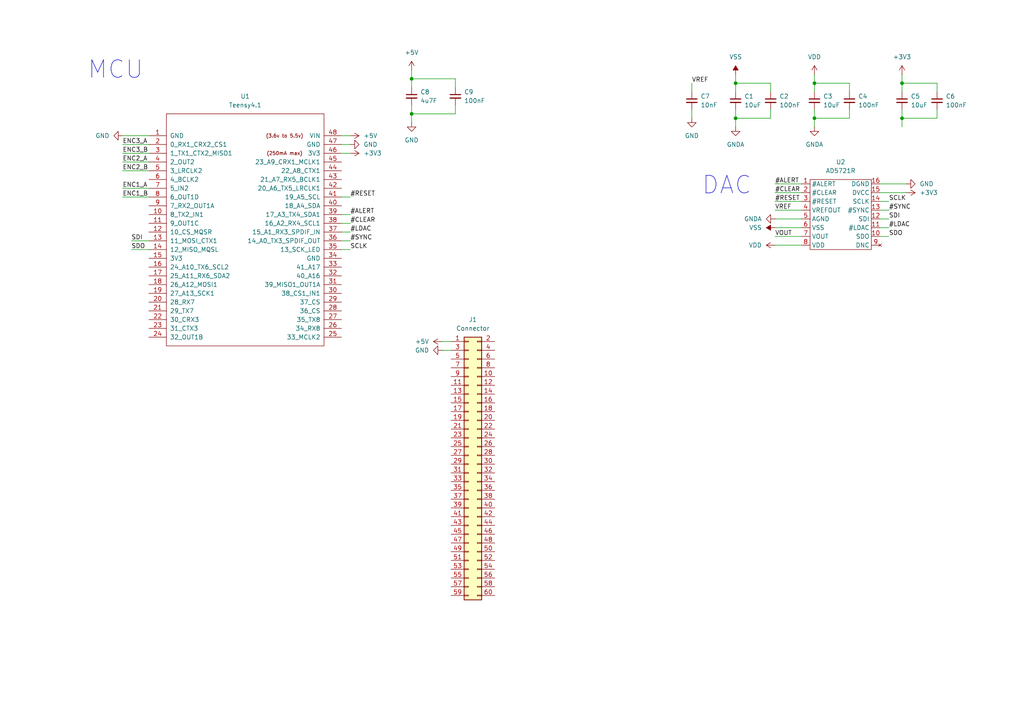
<source format=kicad_sch>
(kicad_sch (version 20231120) (generator "eeschema") (generator_version "8.0")
  (paper "A4")
  (lib_symbols
    (symbol "Connector_Generic:Conn_02x30_Odd_Even" (pin_names (offset 1.016) hide)
      (property "Reference" "J" (at 1.27 38.1 0))
      (property "Value" "Conn_02x30_Odd_Even" (at 1.27 -40.64 0))
      (symbol "Conn_02x30_Odd_Even_1_1"
        (rectangle (start -1.27 -37.973) (end 0 -38.227) (stroke (width 0.1524)))
        (rectangle (start -1.27 -35.433) (end 0 -35.687) (stroke (width 0.1524)))
        (rectangle (start -1.27 -32.893) (end 0 -33.147) (stroke (width 0.1524)))
        (rectangle (start -1.27 -30.353) (end 0 -30.607) (stroke (width 0.1524)))
        (rectangle (start -1.27 -27.813) (end 0 -28.067) (stroke (width 0.1524)))
        (rectangle (start -1.27 -25.273) (end 0 -25.527) (stroke (width 0.1524)))
        (rectangle (start -1.27 -22.733) (end 0 -22.987) (stroke (width 0.1524)))
        (rectangle (start -1.27 -20.193) (end 0 -20.447) (stroke (width 0.1524)))
        (rectangle (start -1.27 -17.653) (end 0 -17.907) (stroke (width 0.1524)))
        (rectangle (start -1.27 -15.113) (end 0 -15.367) (stroke (width 0.1524)))
        (rectangle (start -1.27 -12.573) (end 0 -12.827) (stroke (width 0.1524)))
        (rectangle (start -1.27 -10.033) (end 0 -10.287) (stroke (width 0.1524)))
        (rectangle (start -1.27 -7.493) (end 0 -7.747) (stroke (width 0.1524)))
        (rectangle (start -1.27 -4.953) (end 0 -5.207) (stroke (width 0.1524)))
        (rectangle (start -1.27 -2.413) (end 0 -2.667) (stroke (width 0.1524)))
        (rectangle (start -1.27 0.127) (end 0 -0.127) (stroke (width 0.1524)))
        (rectangle (start -1.27 2.667) (end 0 2.413) (stroke (width 0.1524)))
        (rectangle (start -1.27 5.207) (end 0 4.953) (stroke (width 0.1524)))
        (rectangle (start -1.27 7.747) (end 0 7.493) (stroke (width 0.1524)))
        (rectangle (start -1.27 10.287) (end 0 10.033) (stroke (width 0.1524)))
        (rectangle (start -1.27 12.827) (end 0 12.573) (stroke (width 0.1524)))
        (rectangle (start -1.27 15.367) (end 0 15.113) (stroke (width 0.1524)))
        (rectangle (start -1.27 17.907) (end 0 17.653) (stroke (width 0.1524)))
        (rectangle (start -1.27 20.447) (end 0 20.193) (stroke (width 0.1524)))
        (rectangle (start -1.27 22.987) (end 0 22.733) (stroke (width 0.1524)))
        (rectangle (start -1.27 25.527) (end 0 25.273) (stroke (width 0.1524)))
        (rectangle (start -1.27 28.067) (end 0 27.813) (stroke (width 0.1524)))
        (rectangle (start -1.27 30.607) (end 0 30.353) (stroke (width 0.1524)))
        (rectangle (start -1.27 33.147) (end 0 32.893) (stroke (width 0.1524)))
        (rectangle (start -1.27 35.687) (end 0 35.433) (stroke (width 0.1524)))
        (rectangle (start -1.27 36.83) (end 3.81 -39.37) (stroke (width 0.254)) (fill (type background)))
        (rectangle (start 3.81 -37.973) (end 2.54 -38.227) (stroke (width 0.1524)))
        (rectangle (start 3.81 -35.433) (end 2.54 -35.687) (stroke (width 0.1524)))
        (rectangle (start 3.81 -32.893) (end 2.54 -33.147) (stroke (width 0.1524)))
        (rectangle (start 3.81 -30.353) (end 2.54 -30.607) (stroke (width 0.1524)))
        (rectangle (start 3.81 -27.813) (end 2.54 -28.067) (stroke (width 0.1524)))
        (rectangle (start 3.81 -25.273) (end 2.54 -25.527) (stroke (width 0.1524)))
        (rectangle (start 3.81 -22.733) (end 2.54 -22.987) (stroke (width 0.1524)))
        (rectangle (start 3.81 -20.193) (end 2.54 -20.447) (stroke (width 0.1524)))
        (rectangle (start 3.81 -17.653) (end 2.54 -17.907) (stroke (width 0.1524)))
        (rectangle (start 3.81 -15.113) (end 2.54 -15.367) (stroke (width 0.1524)))
        (rectangle (start 3.81 -12.573) (end 2.54 -12.827) (stroke (width 0.1524)))
        (rectangle (start 3.81 -10.033) (end 2.54 -10.287) (stroke (width 0.1524)))
        (rectangle (start 3.81 -7.493) (end 2.54 -7.747) (stroke (width 0.1524)))
        (rectangle (start 3.81 -4.953) (end 2.54 -5.207) (stroke (width 0.1524)))
        (rectangle (start 3.81 -2.413) (end 2.54 -2.667) (stroke (width 0.1524)))
        (rectangle (start 3.81 0.127) (end 2.54 -0.127) (stroke (width 0.1524)))
        (rectangle (start 3.81 2.667) (end 2.54 2.413) (stroke (width 0.1524)))
        (rectangle (start 3.81 5.207) (end 2.54 4.953) (stroke (width 0.1524)))
        (rectangle (start 3.81 7.747) (end 2.54 7.493) (stroke (width 0.1524)))
        (rectangle (start 3.81 10.287) (end 2.54 10.033) (stroke (width 0.1524)))
        (rectangle (start 3.81 12.827) (end 2.54 12.573) (stroke (width 0.1524)))
        (rectangle (start 3.81 15.367) (end 2.54 15.113) (stroke (width 0.1524)))
        (rectangle (start 3.81 17.907) (end 2.54 17.653) (stroke (width 0.1524)))
        (rectangle (start 3.81 20.447) (end 2.54 20.193) (stroke (width 0.1524)))
        (rectangle (start 3.81 22.987) (end 2.54 22.733) (stroke (width 0.1524)))
        (rectangle (start 3.81 25.527) (end 2.54 25.273) (stroke (width 0.1524)))
        (rectangle (start 3.81 28.067) (end 2.54 27.813) (stroke (width 0.1524)))
        (rectangle (start 3.81 30.607) (end 2.54 30.353) (stroke (width 0.1524)))
        (rectangle (start 3.81 33.147) (end 2.54 32.893) (stroke (width 0.1524)))
        (rectangle (start 3.81 35.687) (end 2.54 35.433) (stroke (width 0.1524)))
        (pin passive line (at -5.08 35.56 0) (length 3.81) (name "Pin_1") (number "1"))
        (pin passive line (at 7.62 25.4 180) (length 3.81) (name "Pin_10") (number "10"))
        (pin passive line (at -5.08 22.86 0) (length 3.81) (name "Pin_11") (number "11"))
        (pin passive line (at 7.62 22.86 180) (length 3.81) (name "Pin_12") (number "12"))
        (pin passive line (at -5.08 20.32 0) (length 3.81) (name "Pin_13") (number "13"))
        (pin passive line (at 7.62 20.32 180) (length 3.81) (name "Pin_14") (number "14"))
        (pin passive line (at -5.08 17.78 0) (length 3.81) (name "Pin_15") (number "15"))
        (pin passive line (at 7.62 17.78 180) (length 3.81) (name "Pin_16") (number "16"))
        (pin passive line (at -5.08 15.24 0) (length 3.81) (name "Pin_17") (number "17"))
        (pin passive line (at 7.62 15.24 180) (length 3.81) (name "Pin_18") (number "18"))
        (pin passive line (at -5.08 12.7 0) (length 3.81) (name "Pin_19") (number "19"))
        (pin passive line (at 7.62 35.56 180) (length 3.81) (name "Pin_2") (number "2"))
        (pin passive line (at 7.62 12.7 180) (length 3.81) (name "Pin_20") (number "20"))
        (pin passive line (at -5.08 10.16 0) (length 3.81) (name "Pin_21") (number "21"))
        (pin passive line (at 7.62 10.16 180) (length 3.81) (name "Pin_22") (number "22"))
        (pin passive line (at -5.08 7.62 0) (length 3.81) (name "Pin_23") (number "23"))
        (pin passive line (at 7.62 7.62 180) (length 3.81) (name "Pin_24") (number "24"))
        (pin passive line (at -5.08 5.08 0) (length 3.81) (name "Pin_25") (number "25"))
        (pin passive line (at 7.62 5.08 180) (length 3.81) (name "Pin_26") (number "26"))
        (pin passive line (at -5.08 2.54 0) (length 3.81) (name "Pin_27") (number "27"))
        (pin passive line (at 7.62 2.54 180) (length 3.81) (name "Pin_28") (number "28"))
        (pin passive line (at -5.08 0 0) (length 3.81) (name "Pin_29") (number "29"))
        (pin passive line (at -5.08 33.02 0) (length 3.81) (name "Pin_3") (number "3"))
        (pin passive line (at 7.62 0 180) (length 3.81) (name "Pin_30") (number "30"))
        (pin passive line (at -5.08 -2.54 0) (length 3.81) (name "Pin_31") (number "31"))
        (pin passive line (at 7.62 -2.54 180) (length 3.81) (name "Pin_32") (number "32"))
        (pin passive line (at -5.08 -5.08 0) (length 3.81) (name "Pin_33") (number "33"))
        (pin passive line (at 7.62 -5.08 180) (length 3.81) (name "Pin_34") (number "34"))
        (pin passive line (at -5.08 -7.62 0) (length 3.81) (name "Pin_35") (number "35"))
        (pin passive line (at 7.62 -7.62 180) (length 3.81) (name "Pin_36") (number "36"))
        (pin passive line (at -5.08 -10.16 0) (length 3.81) (name "Pin_37") (number "37"))
        (pin passive line (at 7.62 -10.16 180) (length 3.81) (name "Pin_38") (number "38"))
        (pin passive line (at -5.08 -12.7 0) (length 3.81) (name "Pin_39") (number "39"))
        (pin passive line (at 7.62 33.02 180) (length 3.81) (name "Pin_4") (number "4"))
        (pin passive line (at 7.62 -12.7 180) (length 3.81) (name "Pin_40") (number "40"))
        (pin passive line (at -5.08 -15.24 0) (length 3.81) (name "Pin_41") (number "41"))
        (pin passive line (at 7.62 -15.24 180) (length 3.81) (name "Pin_42") (number "42"))
        (pin passive line (at -5.08 -17.78 0) (length 3.81) (name "Pin_43") (number "43"))
        (pin passive line (at 7.62 -17.78 180) (length 3.81) (name "Pin_44") (number "44"))
        (pin passive line (at -5.08 -20.32 0) (length 3.81) (name "Pin_45") (number "45"))
        (pin passive line (at 7.62 -20.32 180) (length 3.81) (name "Pin_46") (number "46"))
        (pin passive line (at -5.08 -22.86 0) (length 3.81) (name "Pin_47") (number "47"))
        (pin passive line (at 7.62 -22.86 180) (length 3.81) (name "Pin_48") (number "48"))
        (pin passive line (at -5.08 -25.4 0) (length 3.81) (name "Pin_49") (number "49"))
        (pin passive line (at -5.08 30.48 0) (length 3.81) (name "Pin_5") (number "5"))
        (pin passive line (at 7.62 -25.4 180) (length 3.81) (name "Pin_50") (number "50"))
        (pin passive line (at -5.08 -27.94 0) (length 3.81) (name "Pin_51") (number "51"))
        (pin passive line (at 7.62 -27.94 180) (length 3.81) (name "Pin_52") (number "52"))
        (pin passive line (at -5.08 -30.48 0) (length 3.81) (name "Pin_53") (number "53"))
        (pin passive line (at 7.62 -30.48 180) (length 3.81) (name "Pin_54") (number "54"))
        (pin passive line (at -5.08 -33.02 0) (length 3.81) (name "Pin_55") (number "55"))
        (pin passive line (at 7.62 -33.02 180) (length 3.81) (name "Pin_56") (number "56"))
        (pin passive line (at -5.08 -35.56 0) (length 3.81) (name "Pin_57") (number "57"))
        (pin passive line (at 7.62 -35.56 180) (length 3.81) (name "Pin_58") (number "58"))
        (pin passive line (at -5.08 -38.1 0) (length 3.81) (name "Pin_59") (number "59"))
        (pin passive line (at 7.62 30.48 180) (length 3.81) (name "Pin_6") (number "6"))
        (pin passive line (at 7.62 -38.1 180) (length 3.81) (name "Pin_60") (number "60"))
        (pin passive line (at -5.08 27.94 0) (length 3.81) (name "Pin_7") (number "7"))
        (pin passive line (at 7.62 27.94 180) (length 3.81) (name "Pin_8") (number "8"))
        (pin passive line (at -5.08 25.4 0) (length 3.81) (name "Pin_9") (number "9"))
      )
    )
    (symbol "Device:C_Small" (pin_numbers hide) (pin_names (offset 0.254) hide)
      (property "Reference" "C" (at 0.254 1.778 0))
      (property "Value" "C_Small" (at 0.254 -2.032 0))
      (symbol "C_Small_0_1"
        (polyline (pts (xy -1.524 -0.508) (xy 1.524 -0.508)) (stroke (width 0.3302)))
        (polyline (pts (xy -1.524 0.508) (xy 1.524 0.508)) (stroke (width 0.3048)))
      )
      (symbol "C_Small_1_1"
        (pin passive line (at 0 2.54 270) (length 2.032) (name "~") (number "1"))
        (pin passive line (at 0 -2.54 90) (length 2.032) (name "~") (number "2"))
      )
    )
    (symbol "ecp:AD5721R"
      (property "Reference" "U" (at 0 5.334 0))
      (property "Value" "AD5721R" (at 0 2.794 0))
      (symbol "AD5721R_0_1"
        (rectangle (start -8.89 1.27) (end 8.89 -19.05))
      )
      (symbol "AD5721R_1_1"
        (pin output line (at -11.43 0 0) (length 2.54) (name "#ALERT") (number "1"))
        (pin output line (at 11.43 -15.24 180) (length 2.54) (name "SDO") (number "10"))
        (pin input line (at 11.43 -12.7 180) (length 2.54) (name "#LDAC") (number "11"))
        (pin input line (at 11.43 -10.16 180) (length 2.54) (name "SDI") (number "12"))
        (pin input line (at 11.43 -7.62 180) (length 2.54) (name "#SYNC") (number "13"))
        (pin input line (at 11.43 -5.08 180) (length 2.54) (name "SCLK") (number "14"))
        (pin power_in line (at 11.43 -2.54 180) (length 2.54) (name "DVCC") (number "15"))
        (pin power_in line (at 11.43 0 180) (length 2.54) (name "DGND") (number "16"))
        (pin input line (at -11.43 -2.54 0) (length 2.54) (name "#CLEAR") (number "2"))
        (pin input line (at -11.43 -5.08 0) (length 2.54) (name "#RESET") (number "3"))
        (pin output line (at -11.43 -7.62 0) (length 2.54) (name "VREFOUT") (number "4"))
        (pin power_in line (at -11.43 -10.16 0) (length 2.54) (name "AGND") (number "5"))
        (pin power_in line (at -11.43 -12.7 0) (length 2.54) (name "VSS") (number "6"))
        (pin output line (at -11.43 -15.24 0) (length 2.54) (name "VOUT") (number "7"))
        (pin power_in line (at -11.43 -17.78 0) (length 2.54) (name "VDD") (number "8"))
        (pin no_connect line (at 11.43 -17.78 180) (length 2.54) (name "DNC") (number "9"))
      )
    )
    (symbol "power:+3V3" (power) (pin_numbers hide) (pin_names (offset 0) hide)
      (property "Value" "+3V3" (at 0 3.556 0))
      (symbol "+3V3_0_1"
        (polyline (pts (xy -0.762 1.27) (xy 0 2.54)))
        (polyline (pts (xy 0 0) (xy 0 2.54)))
        (polyline (pts (xy 0 2.54) (xy 0.762 1.27)))
      )
      (symbol "+3V3_1_1"
        (pin power_in line (at 0 0 90) (length 0) (name "~") (number "1"))
      )
    )
    (symbol "power:+5V" (power) (pin_names (offset 0))
      (property "Value" "+5V" (at 0 3.556 0))
      (symbol "+5V_0_1"
        (polyline (pts (xy -0.762 1.27) (xy 0 2.54)))
        (polyline (pts (xy 0 0) (xy 0 2.54)))
        (polyline (pts (xy 0 2.54) (xy 0.762 1.27)))
      )
      (symbol "+5V_1_1"
        (pin power_in line (at 0 0 90) (length 0) hide (name "+5V") (number "1"))
      )
    )
    (symbol "power:GND" (power) (pin_numbers hide) (pin_names (offset 0) hide)
      (property "Value" "GND" (at 0 -3.81 0))
      (symbol "GND_0_1"
        (polyline (pts (xy 0 0) (xy 0 -1.27) (xy 1.27 -1.27) (xy 0 -2.54) (xy -1.27 -1.27) (xy 0 -1.27)))
      )
      (symbol "GND_1_1"
        (pin power_in line (at 0 0 270) (length 0) (name "~") (number "1"))
      )
    )
    (symbol "power:GNDA" (power) (pin_numbers hide) (pin_names (offset 0) hide)
      (property "Value" "GNDA" (at 0 -3.81 0))
      (symbol "GNDA_0_1"
        (polyline (pts (xy 0 0) (xy 0 -1.27) (xy 1.27 -1.27) (xy 0 -2.54) (xy -1.27 -1.27) (xy 0 -1.27)))
      )
      (symbol "GNDA_1_1"
        (pin power_in line (at 0 0 270) (length 0) (name "~") (number "1"))
      )
    )
    (symbol "power:VDD" (power) (pin_numbers hide) (pin_names (offset 0) hide)
      (property "Value" "VDD" (at 0 3.556 0))
      (symbol "VDD_0_1"
        (polyline (pts (xy -0.762 1.27) (xy 0 2.54)))
        (polyline (pts (xy 0 0) (xy 0 2.54)))
        (polyline (pts (xy 0 2.54) (xy 0.762 1.27)))
      )
      (symbol "VDD_1_1"
        (pin power_in line (at 0 0 90) (length 0) (name "~") (number "1"))
      )
    )
    (symbol "power:VSS" (power) (pin_numbers hide) (pin_names (offset 0) hide)
      (property "Value" "VSS" (at 0 3.556 0))
      (symbol "VSS_0_1"
        (polyline (pts (xy 0 0) (xy 0 2.54)))
        (polyline (pts (xy 0.762 1.27) (xy -0.762 1.27) (xy 0 2.54) (xy 0.762 1.27)) (fill (type outline)))
      )
      (symbol "VSS_1_1"
        (pin power_in line (at 0 0 90) (length 0) (name "~") (number "1"))
      )
    )
    (symbol "teensy:Teensy4.1" (pin_names (offset 1.016))
      (property "Reference" "U" (at 0 64.77 0))
      (property "Value" "Teensy4.1" (at 0 62.23 0))
      (symbol "Teensy4.1_0_0"
        (text "(250mA max)" (at 11.43 49.53 0) (effects (font (size 1.016 1.016))))
        (text "(3.6v to 5.5v)" (at 11.43 54.61 0) (effects (font (size 1.016 1.016))))
        (pin bidirectional line (at -27.94 31.75 0) (length 5.08) (name "8_TX2_IN1") (number "10"))
        (pin bidirectional line (at -27.94 29.21 0) (length 5.08) (name "9_OUT1C") (number "11"))
        (pin bidirectional line (at -27.94 26.67 0) (length 5.08) (name "10_CS_MQSR") (number "12"))
        (pin bidirectional line (at -27.94 24.13 0) (length 5.08) (name "11_MOSI_CTX1") (number "13"))
        (pin bidirectional line (at -27.94 21.59 0) (length 5.08) (name "12_MISO_MQSL") (number "14"))
        (pin power_in line (at -27.94 19.05 0) (length 5.08) (name "3V3") (number "15"))
        (pin bidirectional line (at -27.94 16.51 0) (length 5.08) (name "24_A10_TX6_SCL2") (number "16"))
        (pin bidirectional line (at -27.94 13.97 0) (length 5.08) (name "25_A11_RX6_SDA2") (number "17"))
        (pin bidirectional line (at -27.94 11.43 0) (length 5.08) (name "26_A12_MOSI1") (number "18"))
        (pin bidirectional line (at -27.94 8.89 0) (length 5.08) (name "27_A13_SCK1") (number "19"))
        (pin bidirectional line (at -27.94 6.35 0) (length 5.08) (name "28_RX7") (number "20"))
        (pin bidirectional line (at -27.94 3.81 0) (length 5.08) (name "29_TX7") (number "21"))
        (pin bidirectional line (at -27.94 1.27 0) (length 5.08) (name "30_CRX3") (number "22"))
        (pin bidirectional line (at -27.94 -1.27 0) (length 5.08) (name "31_CTX3") (number "23"))
        (pin bidirectional line (at -27.94 -3.81 0) (length 5.08) (name "32_OUT1B") (number "24"))
        (pin bidirectional line (at 27.94 -3.81 180) (length 5.08) (name "33_MCLK2") (number "25"))
        (pin bidirectional line (at 27.94 -1.27 180) (length 5.08) (name "34_RX8") (number "26"))
        (pin bidirectional line (at 27.94 1.27 180) (length 5.08) (name "35_TX8") (number "27"))
        (pin bidirectional line (at 27.94 3.81 180) (length 5.08) (name "36_CS") (number "28"))
        (pin bidirectional line (at 27.94 6.35 180) (length 5.08) (name "37_CS") (number "29"))
        (pin bidirectional line (at 27.94 8.89 180) (length 5.08) (name "38_CS1_IN1") (number "30"))
        (pin bidirectional line (at 27.94 11.43 180) (length 5.08) (name "39_MISO1_OUT1A") (number "31"))
        (pin bidirectional line (at 27.94 13.97 180) (length 5.08) (name "40_A16") (number "32"))
        (pin bidirectional line (at 27.94 16.51 180) (length 5.08) (name "41_A17") (number "33"))
        (pin bidirectional line (at 27.94 21.59 180) (length 5.08) (name "13_SCK_LED") (number "35"))
        (pin bidirectional line (at 27.94 24.13 180) (length 5.08) (name "14_A0_TX3_SPDIF_OUT") (number "36"))
        (pin bidirectional line (at 27.94 26.67 180) (length 5.08) (name "15_A1_RX3_SPDIF_IN") (number "37"))
        (pin bidirectional line (at 27.94 29.21 180) (length 5.08) (name "16_A2_RX4_SCL1") (number "38"))
        (pin bidirectional line (at 27.94 31.75 180) (length 5.08) (name "17_A3_TX4_SDA1") (number "39"))
        (pin bidirectional line (at 27.94 34.29 180) (length 5.08) (name "18_A4_SDA") (number "40"))
        (pin bidirectional line (at 27.94 36.83 180) (length 5.08) (name "19_A5_SCL") (number "41"))
        (pin bidirectional line (at 27.94 39.37 180) (length 5.08) (name "20_A6_TX5_LRCLK1") (number "42"))
        (pin bidirectional line (at 27.94 41.91 180) (length 5.08) (name "21_A7_RX5_BCLK1") (number "43"))
        (pin bidirectional line (at 27.94 44.45 180) (length 5.08) (name "22_A8_CTX1") (number "44"))
        (pin bidirectional line (at 27.94 46.99 180) (length 5.08) (name "23_A9_CRX1_MCLK1") (number "45"))
        (pin output line (at 27.94 49.53 180) (length 5.08) (name "3V3") (number "46"))
        (pin output line (at 27.94 52.07 180) (length 5.08) (name "GND") (number "47"))
        (pin power_in line (at 27.94 54.61 180) (length 5.08) (name "VIN") (number "48"))
        (pin bidirectional line (at -27.94 44.45 0) (length 5.08) (name "3_LRCLK2") (number "5"))
        (pin bidirectional line (at -27.94 41.91 0) (length 5.08) (name "4_BCLK2") (number "6"))
        (pin bidirectional line (at -27.94 39.37 0) (length 5.08) (name "5_IN2") (number "7"))
        (pin bidirectional line (at -27.94 36.83 0) (length 5.08) (name "6_OUT1D") (number "8"))
        (pin bidirectional line (at -27.94 34.29 0) (length 5.08) (name "7_RX2_OUT1A") (number "9"))
      )
      (symbol "Teensy4.1_0_1"
        (rectangle (start -22.86 60.96) (end 22.86 -6.35))
        (rectangle (start -20.32 -1.27) (end -20.32 -1.27))
      )
      (symbol "Teensy4.1_1_1"
        (pin power_in line (at -27.94 54.61 0) (length 5.08) (name "GND") (number "1"))
        (pin bidirectional line (at -27.94 52.07 0) (length 5.08) (name "0_RX1_CRX2_CS1") (number "2"))
        (pin bidirectional line (at -27.94 49.53 0) (length 5.08) (name "1_TX1_CTX2_MISO1") (number "3"))
        (pin power_in line (at 27.94 19.05 180) (length 5.08) (name "GND") (number "34"))
        (pin bidirectional line (at -27.94 46.99 0) (length 5.08) (name "2_OUT2") (number "4"))
      )
    )
  )
  (junction (at 213.36 24.13))
  (junction (at 261.62 34.29))
  (junction (at 213.36 34.29))
  (junction (at 236.22 34.29))
  (junction (at 261.62 24.13))
  (junction (at 119.38 33.02))
  (junction (at 236.22 24.13))
  (junction (at 119.38 22.86))
  (wire (pts (xy 99.06 41.91) (xy 101.6 41.91)))
  (wire (pts (xy 200.66 24.13) (xy 200.66 26.67)))
  (wire (pts (xy 224.79 53.34) (xy 232.41 53.34)))
  (wire (pts (xy 213.36 24.13) (xy 213.36 26.67)))
  (wire (pts (xy 255.27 55.88) (xy 262.89 55.88)))
  (wire (pts (xy 236.22 21.59) (xy 236.22 24.13)))
  (wire (pts (xy 224.79 58.42) (xy 232.41 58.42)))
  (wire (pts (xy 35.56 41.91) (xy 43.18 41.91)))
  (wire (pts (xy 246.38 34.29) (xy 236.22 34.29)))
  (wire (pts (xy 261.62 31.75) (xy 261.62 34.29)))
  (wire (pts (xy 99.06 44.45) (xy 101.6 44.45)))
  (wire (pts (xy 224.79 63.5) (xy 232.41 63.5)))
  (wire (pts (xy 224.79 66.04) (xy 232.41 66.04)))
  (wire (pts (xy 213.36 24.13) (xy 223.52 24.13)))
  (wire (pts (xy 38.1 72.39) (xy 43.18 72.39)))
  (wire (pts (xy 99.06 39.37) (xy 101.6 39.37)))
  (wire (pts (xy 261.62 34.29) (xy 271.78 34.29)))
  (wire (pts (xy 99.06 57.15) (xy 101.6 57.15)))
  (wire (pts (xy 99.06 67.31) (xy 101.6 67.31)))
  (wire (pts (xy 261.62 26.67) (xy 261.62 24.13)))
  (wire (pts (xy 255.27 53.34) (xy 262.89 53.34)))
  (wire (pts (xy 261.62 24.13) (xy 271.78 24.13)))
  (wire (pts (xy 200.66 31.75) (xy 200.66 34.29)))
  (wire (pts (xy 128.27 99.06) (xy 130.81 99.06)))
  (wire (pts (xy 255.27 58.42) (xy 257.81 58.42)))
  (wire (pts (xy 255.27 68.58) (xy 257.81 68.58)))
  (wire (pts (xy 99.06 69.85) (xy 101.6 69.85)))
  (wire (pts (xy 213.36 34.29) (xy 213.36 36.83)))
  (wire (pts (xy 246.38 31.75) (xy 246.38 34.29)))
  (wire (pts (xy 213.36 21.59) (xy 213.36 24.13)))
  (wire (pts (xy 119.38 20.32) (xy 119.38 22.86)))
  (wire (pts (xy 261.62 21.59) (xy 261.62 24.13)))
  (wire (pts (xy 271.78 34.29) (xy 271.78 31.75)))
  (wire (pts (xy 213.36 31.75) (xy 213.36 34.29)))
  (wire (pts (xy 35.56 49.53) (xy 43.18 49.53)))
  (wire (pts (xy 119.38 33.02) (xy 119.38 35.56)))
  (wire (pts (xy 224.79 71.12) (xy 232.41 71.12)))
  (wire (pts (xy 99.06 62.23) (xy 101.6 62.23)))
  (wire (pts (xy 99.06 64.77) (xy 101.6 64.77)))
  (wire (pts (xy 224.79 68.58) (xy 232.41 68.58)))
  (wire (pts (xy 223.52 31.75) (xy 223.52 34.29)))
  (wire (pts (xy 255.27 66.04) (xy 257.81 66.04)))
  (wire (pts (xy 246.38 24.13) (xy 246.38 26.67)))
  (wire (pts (xy 99.06 72.39) (xy 101.6 72.39)))
  (wire (pts (xy 213.36 34.29) (xy 223.52 34.29)))
  (wire (pts (xy 119.38 22.86) (xy 119.38 25.4)))
  (wire (pts (xy 261.62 34.29) (xy 261.62 36.83)))
  (wire (pts (xy 132.08 22.86) (xy 132.08 25.4)))
  (wire (pts (xy 271.78 24.13) (xy 271.78 26.67)))
  (wire (pts (xy 119.38 22.86) (xy 132.08 22.86)))
  (wire (pts (xy 38.1 69.85) (xy 43.18 69.85)))
  (wire (pts (xy 236.22 31.75) (xy 236.22 34.29)))
  (wire (pts (xy 35.56 46.99) (xy 43.18 46.99)))
  (wire (pts (xy 236.22 24.13) (xy 246.38 24.13)))
  (wire (pts (xy 236.22 34.29) (xy 236.22 36.83)))
  (wire (pts (xy 35.56 54.61) (xy 43.18 54.61)))
  (wire (pts (xy 119.38 33.02) (xy 119.38 30.48)))
  (wire (pts (xy 132.08 30.48) (xy 132.08 33.02)))
  (wire (pts (xy 255.27 60.96) (xy 257.81 60.96)))
  (wire (pts (xy 223.52 24.13) (xy 223.52 26.67)))
  (wire (pts (xy 224.79 60.96) (xy 232.41 60.96)))
  (wire (pts (xy 35.56 44.45) (xy 43.18 44.45)))
  (wire (pts (xy 236.22 26.67) (xy 236.22 24.13)))
  (wire (pts (xy 35.56 39.37) (xy 43.18 39.37)))
  (wire (pts (xy 224.79 55.88) (xy 232.41 55.88)))
  (wire (pts (xy 35.56 57.15) (xy 43.18 57.15)))
  (wire (pts (xy 132.08 33.02) (xy 119.38 33.02)))
  (wire (pts (xy 128.27 101.6) (xy 130.81 101.6)))
  (wire (pts (xy 255.27 63.5) (xy 257.81 63.5)))
  (text "DAC" (at 210.82 53.848 0) (effects (font (size 5.08 5.08))))
  (text "MCU" (at 33.528 20.32 0) (effects (font (size 5.08 5.08))))
  (label "SDI" (at 38.1 69.85 0))
  (label "SCLK" (at 257.81 58.42 0))
  (label "ENC1_B" (at 35.56 57.15 0))
  (label "ENC2_A" (at 35.56 46.99 0))
  (label "#LDAC" (at 101.6 67.31 0))
  (label "#CLEAR" (at 101.6 64.77 0))
  (label "VOUT" (at 224.79 68.58 0))
  (label "#RESET" (at 101.6 57.15 0))
  (label "VREF" (at 200.66 24.13 0))
  (label "#CLEAR" (at 224.79 55.88 0))
  (label "#SYNC" (at 101.6 69.85 0))
  (label "ENC1_A" (at 35.56 54.61 0))
  (label "#SYNC" (at 257.81 60.96 0))
  (label "#ALERT" (at 224.79 53.34 0))
  (label "#RESET" (at 224.79 58.42 0))
  (label "#LDAC" (at 257.81 66.04 0))
  (label "SDO" (at 38.1 72.39 0))
  (label "ENC3_A" (at 35.56 41.91 0))
  (label "ENC3_B" (at 35.56 44.45 0))
  (label "ENC2_B" (at 35.56 49.53 0))
  (label "SDI" (at 257.81 63.5 0))
  (label "VREF" (at 224.79 60.96 0))
  (label "SDO" (at 257.81 68.58 0))
  (label "#ALERT" (at 101.6 62.23 0))
  (label "SCLK" (at 101.6 72.39 0))
  (symbol (lib_id "power:GNDA") (at 213.36 36.83 0) (unit 1)
    (property "Reference" "#PWR07" (effects (hide yes)))
    (property "Value" "GNDA" (at 213.36 41.91 0))
    (property "Description" "Power symbol creates a global label with name \"GNDA\" , analog ground" (effects (hide yes)))
  )
  (symbol (lib_id "power:GND") (at 101.6 41.91 90) (unit 1)
    (property "Reference" "#PWR03" (effects (hide yes)))
    (property "Value" "GND" (at 105.41 41.9099 90) (effects (justify right)))
    (property "Description" "Power symbol creates a global label with name \"GND\" , ground" (effects (hide yes)))
  )
  (symbol (lib_id "power:+5V") (at 119.38 20.32 0) (unit 1)
    (property "Reference" "#PWR015" (effects (hide yes)))
    (property "Value" "+5V" (at 119.38 15.24 0))
  )
  (symbol (lib_id "power:+3V3") (at 261.62 21.59 0) (unit 1)
    (property "Reference" "#PWR011" (effects (hide yes)))
    (property "Value" "+3V3" (at 261.62 16.51 0))
    (property "Description" "Power symbol creates a global label with name \"+3V3\"" (effects (hide yes)))
  )
  (symbol (lib_id "ecp:AD5721R") (at 243.84 53.34 0) (unit 1)
    (property "Reference" "U2" (at 243.84 46.99 0))
    (property "Value" "AD5721R" (at 243.84 49.53 0))
  )
  (symbol (lib_id "power:+5V") (at 128.27 99.06 90) (unit 1)
    (property "Reference" "#PWR018" (effects (hide yes)))
    (property "Value" "+5V" (at 124.46 99.0599 90) (effects (justify left)))
  )
  (symbol (lib_id "power:+3V3") (at 262.89 55.88 270) (unit 1)
    (property "Reference" "#PWR014" (effects (hide yes)))
    (property "Value" "+3V3" (at 266.7 55.8799 90) (effects (justify left)))
    (property "Description" "Power symbol creates a global label with name \"+3V3\"" (effects (hide yes)))
  )
  (symbol (lib_id "Device:C_Small") (at 271.78 29.21 0) (unit 1)
    (property "Reference" "C6" (at 274.32 27.9462 0) (effects (justify left)))
    (property "Value" "100nF" (at 274.32 30.4862 0) (effects (justify left)))
    (property "Description" "Unpolarized capacitor, small symbol" (effects (hide yes)))
  )
  (symbol (lib_id "power:+3V3") (at 101.6 44.45 270) (unit 1)
    (property "Reference" "#PWR01" (effects (hide yes)))
    (property "Value" "+3V3" (at 105.41 44.4499 90) (effects (justify left)))
    (property "Description" "Power symbol creates a global label with name \"+3V3\"" (effects (hide yes)))
  )
  (symbol (lib_id "power:GND") (at 262.89 53.34 90) (unit 1)
    (property "Reference" "#PWR013" (effects (hide yes)))
    (property "Value" "GND" (at 266.7 53.3399 90) (effects (justify right)))
    (property "Description" "Power symbol creates a global label with name \"GND\" , ground" (effects (hide yes)))
  )
  (symbol (lib_id "Connector_Generic:Conn_02x30_Odd_Even") (at 135.89 134.62 0) (unit 1)
    (property "Reference" "J1" (at 137.16 92.71 0))
    (property "Value" "Connector" (at 137.16 95.25 0))
    (property "Description" "Generic connector, double row, 02x30, odd/even pin numbering scheme (row 1 odd numbers, row 2 even numbers), script generated (kicad-library-utils/schlib/autogen/connector/)" (effects (hide yes)))
  )
  (symbol (lib_id "power:VSS") (at 224.79 66.04 90) (unit 1)
    (property "Reference" "#PWR04" (effects (hide yes)))
    (property "Value" "VSS" (at 220.98 66.0399 90) (effects (justify left)))
    (property "Description" "Power symbol creates a global label with name \"VSS\"" (effects (hide yes)))
  )
  (symbol (lib_id "power:GND") (at 128.27 101.6 270) (unit 1)
    (property "Reference" "#PWR019" (effects (hide yes)))
    (property "Value" "GND" (at 124.46 101.5999 90) (effects (justify right)))
    (property "Description" "Power symbol creates a global label with name \"GND\" , ground" (effects (hide yes)))
  )
  (symbol (lib_id "Device:C_Small") (at 132.08 27.94 0) (unit 1)
    (property "Reference" "C9" (at 134.62 26.6762 0) (effects (justify left)))
    (property "Value" "100nF" (at 134.62 29.2162 0) (effects (justify left)))
    (property "Footprint" "Capacitor_SMD:C_0805_2012Metric_Pad1.18x1.45mm_HandSolder" (effects (hide yes)))
    (property "Description" "Unpolarized capacitor, small symbol" (effects (hide yes)))
  )
  (symbol (lib_id "power:GNDA") (at 236.22 36.83 0) (unit 1)
    (property "Reference" "#PWR08" (effects (hide yes)))
    (property "Value" "GNDA" (at 236.22 41.91 0))
    (property "Description" "Power symbol creates a global label with name \"GNDA\" , analog ground" (effects (hide yes)))
  )
  (symbol (lib_id "power:VSS") (at 213.36 21.59 0) (unit 1)
    (property "Reference" "#PWR09" (effects (hide yes)))
    (property "Value" "VSS" (at 213.36 16.51 0))
    (property "Description" "Power symbol creates a global label with name \"VSS\"" (effects (hide yes)))
  )
  (symbol (lib_id "power:VDD") (at 224.79 71.12 90) (unit 1)
    (property "Reference" "#PWR05" (effects (hide yes)))
    (property "Value" "VDD" (at 220.98 71.1199 90) (effects (justify left)))
    (property "Description" "Power symbol creates a global label with name \"VDD\"" (effects (hide yes)))
  )
  (symbol (lib_id "power:VDD") (at 236.22 21.59 0) (unit 1)
    (property "Reference" "#PWR010" (effects (hide yes)))
    (property "Value" "VDD" (at 236.22 16.51 0))
    (property "Description" "Power symbol creates a global label with name \"VDD\"" (effects (hide yes)))
  )
  (symbol (lib_id "Device:C_Small") (at 119.38 27.94 0) (unit 1)
    (property "Reference" "C8" (at 121.92 26.6762 0) (effects (justify left)))
    (property "Value" "4u7F" (at 121.92 29.2162 0) (effects (justify left)))
    (property "Footprint" "Capacitor_SMD:C_0805_2012Metric_Pad1.18x1.45mm_HandSolder" (effects (hide yes)))
    (property "Description" "Unpolarized capacitor, small symbol" (effects (hide yes)))
  )
  (symbol (lib_id "Device:C_Small") (at 213.36 29.21 0) (unit 1)
    (property "Reference" "C1" (at 215.9 27.9462 0) (effects (justify left)))
    (property "Value" "10uF" (at 215.9 30.4862 0) (effects (justify left)))
    (property "Description" "Unpolarized capacitor, small symbol" (effects (hide yes)))
  )
  (symbol (lib_id "power:+5V") (at 101.6 39.37 270) (unit 1)
    (property "Reference" "#PWR017" (effects (hide yes)))
    (property "Value" "+5V" (at 105.41 39.3699 90) (effects (justify left)))
  )
  (symbol (lib_id "Device:C_Small") (at 246.38 29.21 0) (unit 1)
    (property "Reference" "C4" (at 248.92 27.9462 0) (effects (justify left)))
    (property "Value" "100nF" (at 248.92 30.4862 0) (effects (justify left)))
    (property "Description" "Unpolarized capacitor, small symbol" (effects (hide yes)))
  )
  (symbol (lib_id "teensy:Teensy4.1") (at 71.12 93.98 0) (unit 1)
    (property "Reference" "U1" (at 71.12 27.94 0))
    (property "Value" "Teensy4.1" (at 71.12 30.48 0))
  )
  (symbol (lib_id "power:GND") (at 119.38 35.56 0) (unit 1)
    (property "Reference" "#PWR016" (effects (hide yes)))
    (property "Value" "GND" (at 119.38 40.64 0))
  )
  (symbol (lib_id "power:GND") (at 200.66 34.29 0) (unit 1)
    (property "Reference" "#PWR012" (effects (hide yes)))
    (property "Value" "GND" (at 200.66 39.37 0))
    (property "Description" "Power symbol creates a global label with name \"GND\" , ground" (effects (hide yes)))
  )
  (symbol (lib_id "power:GNDA") (at 224.79 63.5 270) (unit 1)
    (property "Reference" "#PWR06" (effects (hide yes)))
    (property "Value" "GNDA" (at 220.98 63.4999 90) (effects (justify right)))
    (property "Description" "Power symbol creates a global label with name \"GNDA\" , analog ground" (effects (hide yes)))
  )
  (symbol (lib_id "Device:C_Small") (at 223.52 29.21 0) (unit 1)
    (property "Reference" "C2" (at 226.06 27.9462 0) (effects (justify left)))
    (property "Value" "100nF" (at 226.06 30.4862 0) (effects (justify left)))
    (property "Description" "Unpolarized capacitor, small symbol" (effects (hide yes)))
  )
  (symbol (lib_id "Device:C_Small") (at 236.22 29.21 0) (unit 1)
    (property "Reference" "C3" (at 238.76 27.9462 0) (effects (justify left)))
    (property "Value" "10uF" (at 238.76 30.4862 0) (effects (justify left)))
    (property "Description" "Unpolarized capacitor, small symbol" (effects (hide yes)))
  )
  (symbol (lib_id "Device:C_Small") (at 261.62 29.21 0) (unit 1)
    (property "Reference" "C5" (at 264.16 27.9462 0) (effects (justify left)))
    (property "Value" "10uF" (at 264.16 30.4862 0) (effects (justify left)))
    (property "Description" "Unpolarized capacitor, small symbol" (effects (hide yes)))
  )
  (symbol (lib_id "Device:C_Small") (at 200.66 29.21 0) (unit 1)
    (property "Reference" "C7" (at 203.2 27.9462 0) (effects (justify left)))
    (property "Value" "10nF" (at 203.2 30.4862 0) (effects (justify left)))
    (property "Description" "Unpolarized capacitor, small symbol" (effects (hide yes)))
  )
  (symbol (lib_id "power:GND") (at 35.56 39.37 270) (unit 1)
    (property "Reference" "#PWR02" (effects (hide yes)))
    (property "Value" "GND" (at 31.75 39.3699 90) (effects (justify right)))
    (property "Description" "Power symbol creates a global label with name \"GND\" , ground" (effects (hide yes)))
  )
)
</source>
